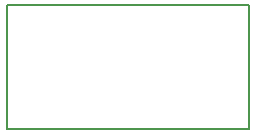
<source format=gm1>
G04*
G04 #@! TF.GenerationSoftware,Altium Limited,Altium Designer,19.1.8 (144)*
G04*
G04 Layer_Color=16711935*
%FSLAX44Y44*%
%MOMM*%
G71*
G01*
G75*
%ADD10C,0.2000*%
D10*
X0Y0D02*
X205000D01*
Y105000D01*
X0D02*
X205000D01*
X0Y0D02*
Y105000D01*
M02*

</source>
